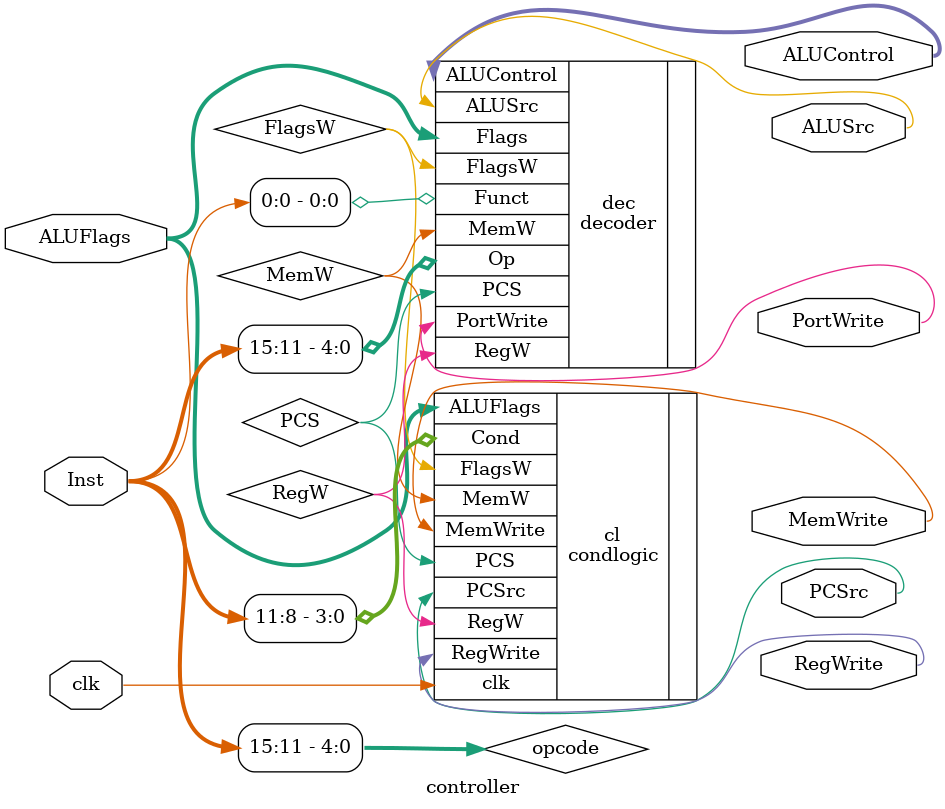
<source format=v>

module controller(input clk,
                  input [15:0] Inst,
                  input [3:0]  ALUFlags,
                  output       ALUSrc,
                  output [3:0] ALUControl,
                  output       RegWrite, MemWrite, /*MemtoReg,*/
                  output       PCSrc,
                  output       PortWrite);

wire PCS, RegW, MemW;
wire FlagsW;

wire [4:0] opcode;
assign opcode = Inst[15:11];

// Inst[0] == src2_mode
decoder dec(.Op(opcode), .Funct(Inst[0]), .Flags(ALUFlags), .FlagsW(FlagsW), .MemW(MemW), .RegW(RegW),
            .ALUControl(ALUControl), .PortWrite(PortWrite), .ALUSrc(ALUSrc), .PCS(PCS));
            

// Cond = {LSB of op, Src1}
condlogic cl(.clk(clk), .Cond({opcode[0], Inst[10:8]}), .ALUFlags(ALUFlags),
             .FlagsW(FlagsW), .RegW(RegW), .MemW(MemW), .PCS(PCS),
             .PCSrc(PCSrc), .RegWrite(RegWrite), .MemWrite(MemWrite));

endmodule

</source>
